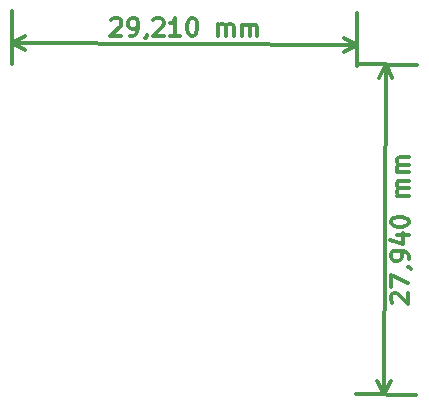
<source format=gbr>
%FSLAX46Y46*%
G04 Gerber Fmt 4.6, Leading zero omitted, Abs format (unit mm)*
G04 Created by KiCad (PCBNEW (2014-09-18 BZR 5141)-product) date So 20. září 2014, 02:23:35 CEST*
%MOMM*%
G01*
G04 APERTURE LIST*
%ADD10C,0.100000*%
%ADD11C,0.300000*%
G04 APERTURE END LIST*
D10*
D11*
X204923203Y-100208243D02*
X204852099Y-100136490D01*
X204781320Y-99993310D01*
X204782943Y-99636171D01*
X204855021Y-99493640D01*
X204926774Y-99422537D01*
X205069954Y-99351759D01*
X205212810Y-99352408D01*
X205426769Y-99424809D01*
X206280006Y-100285839D01*
X206284227Y-99357278D01*
X204786515Y-98850465D02*
X204791060Y-97850475D01*
X206288123Y-98500144D01*
X206222539Y-97214120D02*
X206293967Y-97214444D01*
X206436499Y-97286521D01*
X206507601Y-97358274D01*
X206297213Y-96500166D02*
X206298512Y-96214454D01*
X206227734Y-96071273D01*
X206156631Y-95999521D01*
X205942997Y-95855691D01*
X205657610Y-95782965D01*
X205086188Y-95780368D01*
X204943008Y-95851145D01*
X204871255Y-95922249D01*
X204799177Y-96064780D01*
X204797878Y-96350491D01*
X204868657Y-96493672D01*
X204939761Y-96565424D01*
X205082292Y-96637502D01*
X205439431Y-96639125D01*
X205582611Y-96568346D01*
X205654363Y-96497244D01*
X205726441Y-96354712D01*
X205727739Y-96069001D01*
X205656960Y-95925820D01*
X205585858Y-95854067D01*
X205443327Y-95781991D01*
X205306315Y-94495641D02*
X206306304Y-94500186D01*
X204733269Y-94850183D02*
X205803063Y-95212192D01*
X205807283Y-94283630D01*
X204811190Y-93421951D02*
X204811839Y-93279096D01*
X204883917Y-93136565D01*
X204955670Y-93065461D01*
X205098850Y-92994682D01*
X205384886Y-92924554D01*
X205742025Y-92926177D01*
X206027411Y-92998903D01*
X206169942Y-93070981D01*
X206241046Y-93142734D01*
X206311824Y-93285914D01*
X206311174Y-93428769D01*
X206239098Y-93571300D01*
X206167345Y-93642404D01*
X206024165Y-93713182D01*
X205738129Y-93783311D01*
X205380990Y-93781688D01*
X205095603Y-93708961D01*
X204953072Y-93636884D01*
X204881969Y-93565131D01*
X204811190Y-93421951D01*
X206321564Y-91143079D02*
X205321574Y-91138533D01*
X205464431Y-91139183D02*
X205393327Y-91067431D01*
X205322548Y-90924250D01*
X205323522Y-90709967D01*
X205395600Y-90567436D01*
X205538780Y-90496657D01*
X206324486Y-90500229D01*
X205538780Y-90496657D02*
X205396249Y-90424580D01*
X205325470Y-90281399D01*
X205326444Y-90067117D01*
X205398522Y-89924585D01*
X205541702Y-89853807D01*
X206327408Y-89857378D01*
X206330655Y-89143100D02*
X205330665Y-89138554D01*
X205473522Y-89139203D02*
X205402418Y-89067452D01*
X205331639Y-88924270D01*
X205332613Y-88709988D01*
X205404691Y-88567457D01*
X205547871Y-88496678D01*
X206333577Y-88500249D01*
X205547871Y-88496678D02*
X205405340Y-88424600D01*
X205334561Y-88281420D01*
X205335535Y-88067137D01*
X205407613Y-87924605D01*
X205550793Y-87853827D01*
X206336499Y-87857399D01*
X204343527Y-80020971D02*
X204216527Y-107960971D01*
X201930000Y-80010000D02*
X207043499Y-80033244D01*
X201803000Y-107950000D02*
X206916499Y-107973244D01*
X204216527Y-107960971D02*
X203635233Y-106831813D01*
X204216527Y-107960971D02*
X204808062Y-106837144D01*
X204343527Y-80020971D02*
X203751992Y-81144798D01*
X204343527Y-80020971D02*
X204924821Y-81150129D01*
X181127321Y-76240516D02*
X181199060Y-76169398D01*
X181342226Y-76098591D01*
X181699366Y-76100144D01*
X181841911Y-76172193D01*
X181913029Y-76243932D01*
X181983835Y-76387098D01*
X181983214Y-76529954D01*
X181910855Y-76743927D01*
X181049993Y-77597335D01*
X181978555Y-77601372D01*
X182692834Y-77604477D02*
X182978546Y-77605720D01*
X183121712Y-77534913D01*
X183193450Y-77463796D01*
X183337238Y-77250134D01*
X183409908Y-76964732D01*
X183412392Y-76393309D01*
X183341586Y-76250143D01*
X183270468Y-76178404D01*
X183127923Y-76106355D01*
X182842212Y-76105113D01*
X182699045Y-76175920D01*
X182627307Y-76247038D01*
X182555257Y-76389583D01*
X182553705Y-76746722D01*
X182624512Y-76889889D01*
X182695629Y-76961627D01*
X182838175Y-77033676D01*
X183123886Y-77034918D01*
X183267052Y-76964111D01*
X183338791Y-76892994D01*
X183410840Y-76750449D01*
X184121702Y-77539261D02*
X184121391Y-77610689D01*
X184049343Y-77753235D01*
X183977604Y-77824351D01*
X184698715Y-76256044D02*
X184770454Y-76184926D01*
X184913620Y-76114119D01*
X185270760Y-76115672D01*
X185413305Y-76187721D01*
X185484423Y-76259460D01*
X185555229Y-76402626D01*
X185554608Y-76545482D01*
X185482249Y-76759455D01*
X184621387Y-77612862D01*
X185549950Y-77616900D01*
X186978507Y-77623111D02*
X186121372Y-77619384D01*
X186549940Y-77621247D02*
X186556462Y-76121262D01*
X186412675Y-76334925D01*
X186269197Y-76477159D01*
X186126031Y-76547966D01*
X187913591Y-76127162D02*
X188056447Y-76127783D01*
X188198992Y-76199833D01*
X188270110Y-76271572D01*
X188340917Y-76414738D01*
X188411102Y-76700760D01*
X188409549Y-77057899D01*
X188336879Y-77343300D01*
X188264830Y-77485845D01*
X188193091Y-77556963D01*
X188049925Y-77627769D01*
X187907069Y-77627148D01*
X187764524Y-77555100D01*
X187693406Y-77483361D01*
X187622600Y-77340195D01*
X187552414Y-77054173D01*
X187553967Y-76697033D01*
X187626637Y-76411632D01*
X187698686Y-76269087D01*
X187770425Y-76197969D01*
X187913591Y-76127162D01*
X190192762Y-77637086D02*
X190197109Y-76637095D01*
X190196488Y-76779952D02*
X190268226Y-76708834D01*
X190411393Y-76638027D01*
X190625676Y-76638959D01*
X190768222Y-76711008D01*
X190839029Y-76854174D01*
X190835613Y-77639881D01*
X190839029Y-76854174D02*
X190911078Y-76711629D01*
X191054244Y-76640822D01*
X191268527Y-76641754D01*
X191411073Y-76713803D01*
X191481880Y-76856969D01*
X191478464Y-77642676D01*
X192192743Y-77645781D02*
X192197091Y-76645791D01*
X192196469Y-76788647D02*
X192268207Y-76717530D01*
X192411375Y-76646723D01*
X192625658Y-76647654D01*
X192768203Y-76719704D01*
X192839010Y-76862870D01*
X192835594Y-77648576D01*
X192839010Y-76862870D02*
X192911059Y-76720325D01*
X193054225Y-76649518D01*
X193268508Y-76650449D01*
X193411055Y-76722499D01*
X193481861Y-76865665D01*
X193478445Y-77651371D01*
X172727728Y-78232586D02*
X201937728Y-78359586D01*
X172720000Y-80010000D02*
X172739467Y-75532612D01*
X201930000Y-80137000D02*
X201949467Y-75659612D01*
X201937728Y-78359586D02*
X200808685Y-78941103D01*
X201937728Y-78359586D02*
X200813785Y-77768273D01*
X172727728Y-78232586D02*
X173851671Y-78823899D01*
X172727728Y-78232586D02*
X173856771Y-77651069D01*
M02*

</source>
